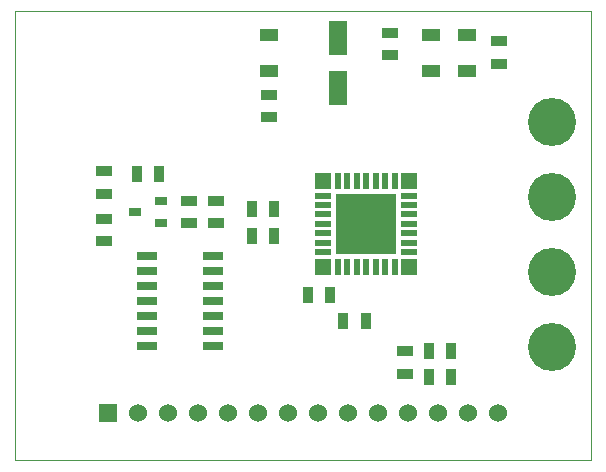
<source format=gts>
G04 (created by PCBNEW (2013-mar-13)-testing) date Sun 09 Jun 2013 10:00:02 PM EDT*
%MOIN*%
G04 Gerber Fmt 3.4, Leading zero omitted, Abs format*
%FSLAX34Y34*%
G01*
G70*
G90*
G04 APERTURE LIST*
%ADD10C,0.005906*%
%ADD11C,0.003937*%
%ADD12R,0.055000X0.035000*%
%ADD13R,0.035000X0.055000*%
%ADD14R,0.059843X0.040157*%
%ADD15R,0.060000X0.060000*%
%ADD16C,0.060000*%
%ADD17C,0.160000*%
%ADD18R,0.039400X0.031500*%
%ADD19R,0.066929X0.025591*%
%ADD20R,0.062992X0.114173*%
%ADD21R,0.204724X0.204724*%
%ADD22R,0.057087X0.019685*%
%ADD23R,0.019685X0.057087*%
%ADD24R,0.057087X0.057087*%
G04 APERTURE END LIST*
G54D10*
G54D11*
X48137Y-60531D02*
X48137Y-45570D01*
X67330Y-60531D02*
X48137Y-60531D01*
X67330Y-45570D02*
X67330Y-60531D01*
X48137Y-45570D02*
X67330Y-45570D01*
G54D12*
X51090Y-51654D03*
X51090Y-50904D03*
G54D13*
X59081Y-55905D03*
X59831Y-55905D03*
X56780Y-53051D03*
X56030Y-53051D03*
X56780Y-52165D03*
X56030Y-52165D03*
G54D12*
X60637Y-47028D03*
X60637Y-46278D03*
G54D13*
X57900Y-55019D03*
X58650Y-55019D03*
X62686Y-56889D03*
X61936Y-56889D03*
G54D14*
X63196Y-46348D03*
X63196Y-47549D03*
X62015Y-47549D03*
X62015Y-46348D03*
X56602Y-46348D03*
X56602Y-47549D03*
G54D15*
X51237Y-58969D03*
G54D16*
X52237Y-58969D03*
X53237Y-58969D03*
X54237Y-58969D03*
X55237Y-58969D03*
X56237Y-58969D03*
X57237Y-58969D03*
X58237Y-58969D03*
X59237Y-58969D03*
X60237Y-58969D03*
X61237Y-58969D03*
X62237Y-58969D03*
X63237Y-58969D03*
X64237Y-58969D03*
G54D17*
X66037Y-49270D03*
X66037Y-51770D03*
X66037Y-56770D03*
X66037Y-54270D03*
G54D18*
X52133Y-52263D03*
X52999Y-51888D03*
X52999Y-52638D03*
G54D12*
X53944Y-52638D03*
X53944Y-51888D03*
X51090Y-52479D03*
X51090Y-53229D03*
G54D13*
X52191Y-50984D03*
X52941Y-50984D03*
G54D12*
X54830Y-51888D03*
X54830Y-52638D03*
X61129Y-57658D03*
X61129Y-56908D03*
X64279Y-47323D03*
X64279Y-46573D03*
G54D13*
X61936Y-57775D03*
X62686Y-57775D03*
G54D12*
X56602Y-49095D03*
X56602Y-48345D03*
G54D19*
X54751Y-56716D03*
X54751Y-56216D03*
X54751Y-55716D03*
X54751Y-55216D03*
X54751Y-54716D03*
X54751Y-54216D03*
X54751Y-53716D03*
X52547Y-53716D03*
X52547Y-54216D03*
X52547Y-54716D03*
X52547Y-55216D03*
X52547Y-55716D03*
X52547Y-56216D03*
X52547Y-56716D03*
G54D20*
X58900Y-48126D03*
X58900Y-46473D03*
G54D21*
X59842Y-52657D03*
G54D22*
X58405Y-53602D03*
X58405Y-53287D03*
X58405Y-52972D03*
X58405Y-52657D03*
X58405Y-52342D03*
X58405Y-52027D03*
X58405Y-51712D03*
X61279Y-51712D03*
X61279Y-52027D03*
X61279Y-52342D03*
X61279Y-52657D03*
X61279Y-52972D03*
X61279Y-53287D03*
X61279Y-53602D03*
G54D23*
X58897Y-51220D03*
X59212Y-51220D03*
X59527Y-51220D03*
X59842Y-51220D03*
X60157Y-51220D03*
X60472Y-51220D03*
X60787Y-51220D03*
X60787Y-54094D03*
X60472Y-54094D03*
X60157Y-54094D03*
X59842Y-54094D03*
X59527Y-54094D03*
X59212Y-54094D03*
X58897Y-54094D03*
G54D24*
X58405Y-54094D03*
X58405Y-51220D03*
X61279Y-51220D03*
X61279Y-54094D03*
M02*

</source>
